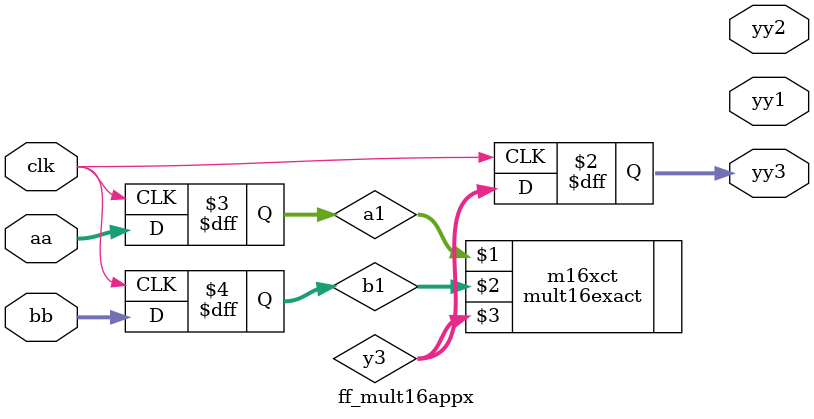
<source format=v>
module ff_mult16appx(clk,aa,bb,yy1,yy2,yy3);

input clk;
input [15:0] aa;
input [15:0] bb;

output [15:0] yy1,yy2,yy3;
//reg [15:0] yy1;
//reg [15:0] yy2;
reg [15:0] yy3;


reg [15:0] a1;
reg [15:0] b1;
//wire [15:0] y1;
//wire [15:0] y2;
wire [15:0] y3;

always @(posedge clk)
begin

a1 <= aa;
b1 <= bb;
//yy1 <= y1;
//yy2 <= y2;
yy3 <= y3;

end

//mult16appx m16apx (a1,b1,y1);
//mult16appx2 m16apx2 (a1,b1,y2);
mult16exact m16xct (a1,b1,y3);

endmodule



</source>
